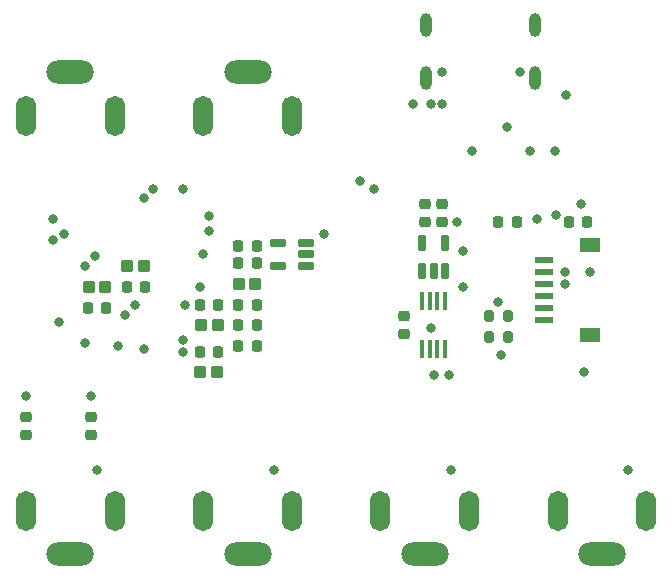
<source format=gbs>
G04 #@! TF.GenerationSoftware,KiCad,Pcbnew,7.0.2*
G04 #@! TF.CreationDate,2024-02-24T12:26:05+01:00*
G04 #@! TF.ProjectId,dsp_board,6473705f-626f-4617-9264-2e6b69636164,rev?*
G04 #@! TF.SameCoordinates,Original*
G04 #@! TF.FileFunction,Soldermask,Bot*
G04 #@! TF.FilePolarity,Negative*
%FSLAX46Y46*%
G04 Gerber Fmt 4.6, Leading zero omitted, Abs format (unit mm)*
G04 Created by KiCad (PCBNEW 7.0.2) date 2024-02-24 12:26:05*
%MOMM*%
%LPD*%
G01*
G04 APERTURE LIST*
G04 Aperture macros list*
%AMRoundRect*
0 Rectangle with rounded corners*
0 $1 Rounding radius*
0 $2 $3 $4 $5 $6 $7 $8 $9 X,Y pos of 4 corners*
0 Add a 4 corners polygon primitive as box body*
4,1,4,$2,$3,$4,$5,$6,$7,$8,$9,$2,$3,0*
0 Add four circle primitives for the rounded corners*
1,1,$1+$1,$2,$3*
1,1,$1+$1,$4,$5*
1,1,$1+$1,$6,$7*
1,1,$1+$1,$8,$9*
0 Add four rect primitives between the rounded corners*
20,1,$1+$1,$2,$3,$4,$5,0*
20,1,$1+$1,$4,$5,$6,$7,0*
20,1,$1+$1,$6,$7,$8,$9,0*
20,1,$1+$1,$8,$9,$2,$3,0*%
G04 Aperture macros list end*
%ADD10O,4.000000X2.000000*%
%ADD11O,1.700000X3.400000*%
%ADD12C,0.800000*%
%ADD13O,1.000000X2.000000*%
%ADD14RoundRect,0.225000X-0.225000X-0.250000X0.225000X-0.250000X0.225000X0.250000X-0.225000X0.250000X0*%
%ADD15RoundRect,0.250000X0.287500X0.275000X-0.287500X0.275000X-0.287500X-0.275000X0.287500X-0.275000X0*%
%ADD16RoundRect,0.060000X0.240000X0.615000X-0.240000X0.615000X-0.240000X-0.615000X0.240000X-0.615000X0*%
%ADD17RoundRect,0.200000X-0.200000X-0.275000X0.200000X-0.275000X0.200000X0.275000X-0.200000X0.275000X0*%
%ADD18RoundRect,0.250000X-0.287500X-0.275000X0.287500X-0.275000X0.287500X0.275000X-0.287500X0.275000X0*%
%ADD19RoundRect,0.060000X-0.615000X0.240000X-0.615000X-0.240000X0.615000X-0.240000X0.615000X0.240000X0*%
%ADD20R,1.550000X0.600000*%
%ADD21R,1.800000X1.200000*%
%ADD22RoundRect,0.225000X0.250000X-0.225000X0.250000X0.225000X-0.250000X0.225000X-0.250000X-0.225000X0*%
%ADD23R,0.457200X1.524000*%
%ADD24RoundRect,0.225000X0.225000X0.250000X-0.225000X0.250000X-0.225000X-0.250000X0.225000X-0.250000X0*%
G04 APERTURE END LIST*
D10*
X70000000Y-135400000D03*
D11*
X66250000Y-131700000D03*
X73750000Y-131700000D03*
D10*
X40000000Y-135400000D03*
D11*
X36250000Y-131700000D03*
X43750000Y-131700000D03*
D10*
X55000000Y-94600000D03*
D11*
X58750000Y-98300000D03*
X51250000Y-98300000D03*
D10*
X40000000Y-94600000D03*
D11*
X43750000Y-98300000D03*
X36250000Y-98300000D03*
D10*
X85000000Y-135400000D03*
D11*
X81250000Y-131700000D03*
X88750000Y-131700000D03*
D10*
X55000000Y-135400000D03*
D11*
X51250000Y-131700000D03*
X58750000Y-131700000D03*
D12*
X78050000Y-94540000D03*
X71450000Y-94540000D03*
D13*
X79360000Y-90600000D03*
X70140000Y-90600000D03*
X79360000Y-95100000D03*
X70140000Y-95100000D03*
D14*
X50975000Y-118250000D03*
X52525000Y-118250000D03*
D15*
X46250000Y-111000000D03*
X44825000Y-111000000D03*
D14*
X54225000Y-116000000D03*
X55775000Y-116000000D03*
D16*
X71700000Y-111385000D03*
X70750000Y-111385000D03*
X69800000Y-111385000D03*
X69800000Y-109015000D03*
X71700000Y-109015000D03*
D17*
X75425000Y-115250000D03*
X77075000Y-115250000D03*
D18*
X51012500Y-120000000D03*
X52437500Y-120000000D03*
D19*
X59935000Y-109050000D03*
X59935000Y-110000000D03*
X59935000Y-110950000D03*
X57565000Y-110950000D03*
X57565000Y-109050000D03*
D20*
X80090000Y-110519500D03*
X80090000Y-111519500D03*
X80090000Y-112519500D03*
X80090000Y-113519500D03*
X80090000Y-114519500D03*
X80090000Y-115519500D03*
D21*
X83965000Y-109219500D03*
X83965000Y-116819500D03*
D22*
X36250000Y-125300000D03*
X36250000Y-123750000D03*
D23*
X69784800Y-113968000D03*
X70419800Y-113968000D03*
X71080200Y-113968000D03*
X71715200Y-113968000D03*
X71715200Y-118032000D03*
X71080200Y-118032000D03*
X70419800Y-118032000D03*
X69784800Y-118032000D03*
D17*
X75425000Y-117000000D03*
X77075000Y-117000000D03*
D14*
X50975000Y-114250000D03*
X52525000Y-114250000D03*
D24*
X46312500Y-112750000D03*
X44762500Y-112750000D03*
D22*
X70000000Y-107275000D03*
X70000000Y-105725000D03*
X68250000Y-116750000D03*
X68250000Y-115200000D03*
D24*
X55775000Y-109250000D03*
X54225000Y-109250000D03*
D18*
X51037500Y-116000000D03*
X52462500Y-116000000D03*
D15*
X42962500Y-112750000D03*
X41537500Y-112750000D03*
D24*
X43025000Y-114500000D03*
X41475000Y-114500000D03*
X55775000Y-110750000D03*
X54225000Y-110750000D03*
X77775000Y-107250000D03*
X76225000Y-107250000D03*
D14*
X54225000Y-114250000D03*
X55775000Y-114250000D03*
D18*
X54250000Y-112500000D03*
X55675000Y-112500000D03*
D22*
X41750000Y-125300000D03*
X41750000Y-123750000D03*
D14*
X54225000Y-117750000D03*
X55775000Y-117750000D03*
D22*
X71500000Y-107275000D03*
X71500000Y-105725000D03*
D14*
X82225000Y-107250000D03*
X83775000Y-107250000D03*
D12*
X42125353Y-110125353D03*
X44637563Y-115112437D03*
X76250000Y-114000000D03*
X70500000Y-116250000D03*
X81125000Y-106625000D03*
X72750000Y-107250000D03*
X65750000Y-104500000D03*
X61500000Y-108250000D03*
X51000000Y-112750000D03*
X41750000Y-122000000D03*
X49750000Y-114250000D03*
X45500000Y-114250000D03*
X36250000Y-122000000D03*
X81880000Y-111519500D03*
X81867452Y-112531551D03*
X79500000Y-107000000D03*
X76500000Y-118500000D03*
X51750000Y-106750000D03*
X38500000Y-108750000D03*
X51750000Y-108000000D03*
X39500000Y-108250000D03*
X70800000Y-120175000D03*
X72075000Y-120175000D03*
X49500000Y-118250000D03*
X64500000Y-103750000D03*
X81000000Y-101250000D03*
X41250000Y-111000000D03*
X83500000Y-120000000D03*
X47000000Y-104500000D03*
X87250000Y-128250000D03*
X42250000Y-128250000D03*
X71500000Y-97250000D03*
X78907635Y-101246731D03*
X74000000Y-101250000D03*
X77000000Y-99250000D03*
X46250000Y-105250000D03*
X38500000Y-107000000D03*
X69000000Y-97250000D03*
X83250000Y-105750000D03*
X73250000Y-109750000D03*
X84000000Y-111500000D03*
X72250000Y-128250000D03*
X49500000Y-104500000D03*
X70500000Y-97250000D03*
X57250000Y-128250000D03*
X41250000Y-117500000D03*
X44000000Y-117750000D03*
X82000000Y-96500000D03*
X46250000Y-118000000D03*
X51250000Y-110000000D03*
X39000000Y-115750000D03*
X49500000Y-117250000D03*
X73250000Y-112750000D03*
M02*

</source>
